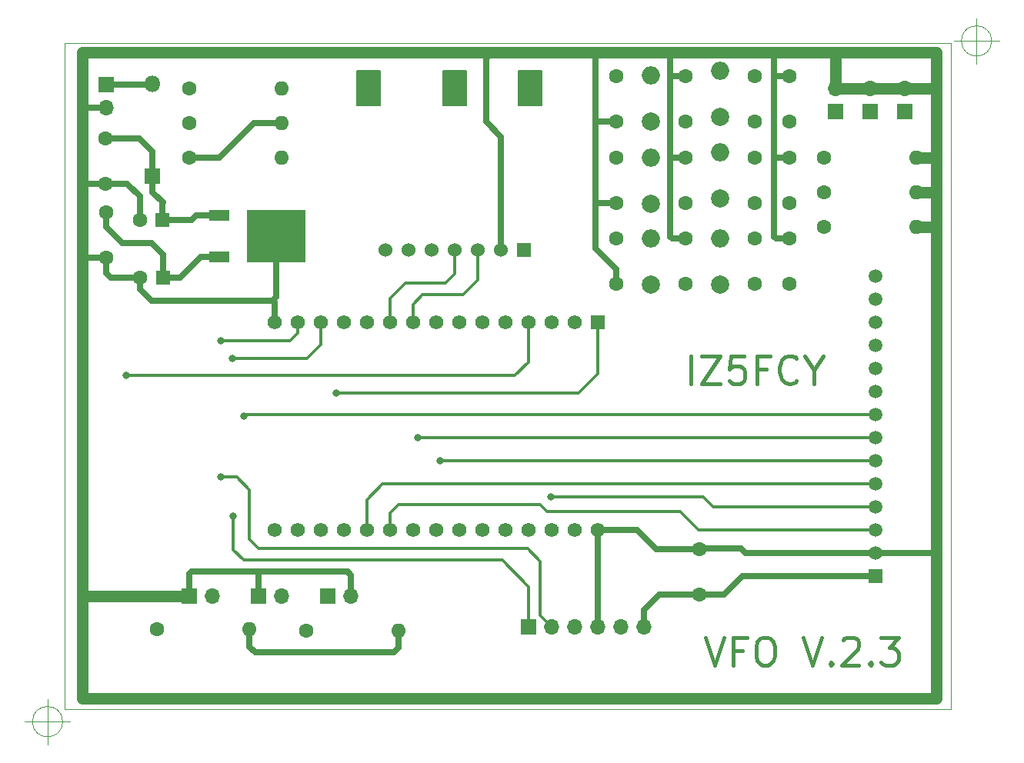
<source format=gbr>
%TF.GenerationSoftware,KiCad,Pcbnew,(6.0.5)*%
%TF.CreationDate,2023-08-26T16:02:20+02:00*%
%TF.ProjectId,IZ5 VFO V32,495a3520-5646-44f2-9056-33322e6b6963,rev?*%
%TF.SameCoordinates,Original*%
%TF.FileFunction,Copper,L1,Top*%
%TF.FilePolarity,Positive*%
%FSLAX46Y46*%
G04 Gerber Fmt 4.6, Leading zero omitted, Abs format (unit mm)*
G04 Created by KiCad (PCBNEW (6.0.5)) date 2023-08-26 16:02:20*
%MOMM*%
%LPD*%
G01*
G04 APERTURE LIST*
%TA.AperFunction,Profile*%
%ADD10C,0.100000*%
%TD*%
%ADD11C,0.381000*%
%TA.AperFunction,NonConductor*%
%ADD12C,0.381000*%
%TD*%
%TA.AperFunction,EtchedComponent*%
%ADD13C,0.200000*%
%TD*%
%TA.AperFunction,ComponentPad*%
%ADD14C,1.600000*%
%TD*%
%TA.AperFunction,ComponentPad*%
%ADD15O,1.600000X1.600000*%
%TD*%
%TA.AperFunction,ComponentPad*%
%ADD16R,1.700000X1.700000*%
%TD*%
%TA.AperFunction,ComponentPad*%
%ADD17O,1.700000X1.700000*%
%TD*%
%TA.AperFunction,ComponentPad*%
%ADD18C,2.000000*%
%TD*%
%TA.AperFunction,ComponentPad*%
%ADD19O,2.000000X2.000000*%
%TD*%
%TA.AperFunction,ComponentPad*%
%ADD20R,1.500000X1.500000*%
%TD*%
%TA.AperFunction,ComponentPad*%
%ADD21C,1.500000*%
%TD*%
%TA.AperFunction,ComponentPad*%
%ADD22R,1.800000X1.800000*%
%TD*%
%TA.AperFunction,ComponentPad*%
%ADD23O,1.800000X1.800000*%
%TD*%
%TA.AperFunction,ComponentPad*%
%ADD24R,1.560000X1.560000*%
%TD*%
%TA.AperFunction,ComponentPad*%
%ADD25C,1.560000*%
%TD*%
%TA.AperFunction,ComponentPad*%
%ADD26R,1.600000X1.600000*%
%TD*%
%TA.AperFunction,SMDPad,CuDef*%
%ADD27R,2.200000X1.200000*%
%TD*%
%TA.AperFunction,SMDPad,CuDef*%
%ADD28R,6.400000X5.800001*%
%TD*%
%TA.AperFunction,ComponentPad*%
%ADD29R,1.524000X1.524000*%
%TD*%
%TA.AperFunction,ComponentPad*%
%ADD30C,1.524000*%
%TD*%
%TA.AperFunction,ViaPad*%
%ADD31C,0.800000*%
%TD*%
%TA.AperFunction,Conductor*%
%ADD32C,0.635000*%
%TD*%
%TA.AperFunction,Conductor*%
%ADD33C,1.270000*%
%TD*%
%TA.AperFunction,Conductor*%
%ADD34C,0.250000*%
%TD*%
%TA.AperFunction,Conductor*%
%ADD35C,0.304800*%
%TD*%
G04 APERTURE END LIST*
D10*
X89535000Y-61214000D02*
X187071000Y-61214000D01*
X187071000Y-61214000D02*
X187071000Y-134493000D01*
X187071000Y-134493000D02*
X89535000Y-134493000D01*
X89535000Y-134493000D02*
X89535000Y-61214000D01*
D11*
D12*
X158441571Y-98660857D02*
X158441571Y-95612857D01*
X159602714Y-95612857D02*
X161634714Y-95612857D01*
X159602714Y-98660857D01*
X161634714Y-98660857D01*
X164247285Y-95612857D02*
X162795857Y-95612857D01*
X162650714Y-97064285D01*
X162795857Y-96919142D01*
X163086142Y-96774000D01*
X163811857Y-96774000D01*
X164102142Y-96919142D01*
X164247285Y-97064285D01*
X164392428Y-97354571D01*
X164392428Y-98080285D01*
X164247285Y-98370571D01*
X164102142Y-98515714D01*
X163811857Y-98660857D01*
X163086142Y-98660857D01*
X162795857Y-98515714D01*
X162650714Y-98370571D01*
X166714714Y-97064285D02*
X165698714Y-97064285D01*
X165698714Y-98660857D02*
X165698714Y-95612857D01*
X167150142Y-95612857D01*
X170053000Y-98370571D02*
X169907857Y-98515714D01*
X169472428Y-98660857D01*
X169182142Y-98660857D01*
X168746714Y-98515714D01*
X168456428Y-98225428D01*
X168311285Y-97935142D01*
X168166142Y-97354571D01*
X168166142Y-96919142D01*
X168311285Y-96338571D01*
X168456428Y-96048285D01*
X168746714Y-95758000D01*
X169182142Y-95612857D01*
X169472428Y-95612857D01*
X169907857Y-95758000D01*
X170053000Y-95903142D01*
X171939857Y-97209428D02*
X171939857Y-98660857D01*
X170923857Y-95612857D02*
X171939857Y-97209428D01*
X172955857Y-95612857D01*
D11*
D12*
X160074428Y-126600857D02*
X161090428Y-129648857D01*
X162106428Y-126600857D01*
X164138428Y-128052285D02*
X163122428Y-128052285D01*
X163122428Y-129648857D02*
X163122428Y-126600857D01*
X164573857Y-126600857D01*
X166315571Y-126600857D02*
X166896142Y-126600857D01*
X167186428Y-126746000D01*
X167476714Y-127036285D01*
X167621857Y-127616857D01*
X167621857Y-128632857D01*
X167476714Y-129213428D01*
X167186428Y-129503714D01*
X166896142Y-129648857D01*
X166315571Y-129648857D01*
X166025285Y-129503714D01*
X165735000Y-129213428D01*
X165589857Y-128632857D01*
X165589857Y-127616857D01*
X165735000Y-127036285D01*
X166025285Y-126746000D01*
X166315571Y-126600857D01*
X170815000Y-126600857D02*
X171831000Y-129648857D01*
X172847000Y-126600857D01*
X173863000Y-129358571D02*
X174008142Y-129503714D01*
X173863000Y-129648857D01*
X173717857Y-129503714D01*
X173863000Y-129358571D01*
X173863000Y-129648857D01*
X175169285Y-126891142D02*
X175314428Y-126746000D01*
X175604714Y-126600857D01*
X176330428Y-126600857D01*
X176620714Y-126746000D01*
X176765857Y-126891142D01*
X176911000Y-127181428D01*
X176911000Y-127471714D01*
X176765857Y-127907142D01*
X175024142Y-129648857D01*
X176911000Y-129648857D01*
X178217285Y-129358571D02*
X178362428Y-129503714D01*
X178217285Y-129648857D01*
X178072142Y-129503714D01*
X178217285Y-129358571D01*
X178217285Y-129648857D01*
X179378428Y-126600857D02*
X181265285Y-126600857D01*
X180249285Y-127762000D01*
X180684714Y-127762000D01*
X180975000Y-127907142D01*
X181120142Y-128052285D01*
X181265285Y-128342571D01*
X181265285Y-129068285D01*
X181120142Y-129358571D01*
X180975000Y-129503714D01*
X180684714Y-129648857D01*
X179813857Y-129648857D01*
X179523571Y-129503714D01*
X179378428Y-129358571D01*
D10*
X191531666Y-60960000D02*
G75*
G03*
X191531666Y-60960000I-1666666J0D01*
G01*
X187365000Y-60960000D02*
X192365000Y-60960000D01*
X189865000Y-58460000D02*
X189865000Y-63460000D01*
X89296666Y-135890000D02*
G75*
G03*
X89296666Y-135890000I-1666666J0D01*
G01*
X85130000Y-135890000D02*
X90130000Y-135890000D01*
X87630000Y-133390000D02*
X87630000Y-138390000D01*
D13*
%TO.C,U1*%
X139446000Y-64262000D02*
X141986000Y-64262000D01*
X141986000Y-64262000D02*
X141986000Y-68072000D01*
X141986000Y-68072000D02*
X139446000Y-68072000D01*
X139446000Y-68072000D02*
X139446000Y-64262000D01*
G36*
X139446000Y-64262000D02*
G01*
X141986000Y-64262000D01*
X141986000Y-68072000D01*
X139446000Y-68072000D01*
X139446000Y-64262000D01*
G37*
X131191000Y-64262000D02*
X133731000Y-64262000D01*
X133731000Y-64262000D02*
X133731000Y-68072000D01*
X133731000Y-68072000D02*
X131191000Y-68072000D01*
X131191000Y-68072000D02*
X131191000Y-64262000D01*
G36*
X131191000Y-64262000D02*
G01*
X133731000Y-64262000D01*
X133731000Y-68072000D01*
X131191000Y-68072000D01*
X131191000Y-64262000D01*
G37*
X121666000Y-64262000D02*
X124206000Y-64262000D01*
X124206000Y-64262000D02*
X124206000Y-68072000D01*
X124206000Y-68072000D02*
X121666000Y-68072000D01*
X121666000Y-68072000D02*
X121666000Y-64262000D01*
G36*
X121666000Y-64262000D02*
G01*
X124206000Y-64262000D01*
X124206000Y-68072000D01*
X121666000Y-68072000D01*
X121666000Y-64262000D01*
G37*
%TD*%
D14*
%TO.P,R10,1*%
%TO.N,3V3*%
X103251000Y-73787000D03*
D15*
%TO.P,R10,2*%
%TO.N,Net-(R10-Pad2)*%
X113411000Y-73787000D03*
%TD*%
D14*
%TO.P,RL-2,1*%
%TO.N,Net-(C3-2-Pad1)*%
X173101000Y-77597000D03*
D15*
%TO.P,RL-2,2*%
%TO.N,GND*%
X183261000Y-77597000D03*
%TD*%
D16*
%TO.P,J0,1,Pin_1*%
%TO.N,12v*%
X94106991Y-65786000D03*
D17*
%TO.P,J0,2,Pin_2*%
%TO.N,GND*%
X94106991Y-68326000D03*
%TD*%
D16*
%TO.P,J8,1,In*%
%TO.N,Net-(C3-1-Pad1)*%
X174371000Y-68707000D03*
D17*
%TO.P,J8,2,Ext*%
%TO.N,GND*%
X174371000Y-66167000D03*
%TD*%
D14*
%TO.P,C2-2,1*%
%TO.N,Net-(C2-2-Pad1)*%
X157861000Y-78827000D03*
%TO.P,C2-2,2*%
%TO.N,GND*%
X157861000Y-73827000D03*
%TD*%
D18*
%TO.P,L2-3,1,1*%
%TO.N,Net-(C3-3-Pad1)*%
X161671000Y-87757000D03*
D19*
%TO.P,L2-3,2,2*%
%TO.N,Net-(C2-3-Pad1)*%
X161671000Y-82677000D03*
%TD*%
D14*
%TO.P,C1,1*%
%TO.N,3V3*%
X159385000Y-121880000D03*
%TO.P,C1,2*%
%TO.N,GND*%
X159385000Y-116880000D03*
%TD*%
%TO.P,R5,1*%
%TO.N,Net-(U3-Pad)_1*%
X116078000Y-125857000D03*
D15*
%TO.P,R5,2*%
%TO.N,3V3*%
X126238000Y-125857000D03*
%TD*%
D14*
%TO.P,C-01,1*%
%TO.N,5V*%
X94106991Y-79796005D03*
%TO.P,C-01,2*%
%TO.N,GND*%
X94106991Y-84795995D03*
%TD*%
D20*
%TO.P,D1,1,VCC*%
%TO.N,3V3*%
X178705000Y-119890000D03*
D21*
%TO.P,D1,2,GND*%
%TO.N,GND*%
X178705000Y-117350000D03*
%TO.P,D1,3,CS*%
%TO.N,unconnected-(U3-Pad21)*%
X178705002Y-114810007D03*
%TO.P,D1,4,RESET*%
%TO.N,RESET*%
X178705000Y-112270000D03*
%TO.P,D1,5,DC*%
%TO.N,Net-(U3-Pad20)*%
X178705002Y-109730007D03*
%TO.P,D1,6,SDI(MOSI)*%
%TO.N,Net-(U3-Pad23)*%
X178705002Y-107190007D03*
%TO.P,D1,7,SCK*%
%TO.N,Net-(U3-Pad22)*%
X178705002Y-104650007D03*
%TO.P,D1,8,LED*%
%TO.N,Net-(R10-Pad2)*%
X178705000Y-102110000D03*
%TO.P,D1,9,SD0(MISO)*%
%TO.N,unconnected-(D1-Pad9)*%
X178705000Y-99570000D03*
%TO.P,D1,10,T_CLK*%
%TO.N,unconnected-(D1-Pad10)*%
X178705000Y-97030000D03*
%TO.P,D1,11,T_CS*%
%TO.N,unconnected-(D1-Pad11)*%
X178705000Y-94490000D03*
%TO.P,D1,12,T_DIN*%
%TO.N,unconnected-(D1-Pad12)*%
X178705000Y-91950000D03*
%TO.P,D1,13,T_D0*%
%TO.N,unconnected-(D1-Pad13)*%
X178705000Y-89410000D03*
%TO.P,D1,14,T_IRQ*%
%TO.N,unconnected-(D1-Pad14)*%
X178705000Y-86870000D03*
%TD*%
D18*
%TO.P,L2-2,1,1*%
%TO.N,Net-(C3-2-Pad1)*%
X161671000Y-78327000D03*
D19*
%TO.P,L2-2,2,2*%
%TO.N,Net-(C2-2-Pad1)*%
X161671000Y-73247000D03*
%TD*%
D18*
%TO.P,L1-1,1,1*%
%TO.N,Net-(C2-1-Pad1)*%
X154051000Y-69837000D03*
D19*
%TO.P,L1-1,2,2*%
%TO.N,Net-(C1-1-Pad1)*%
X154051000Y-64757000D03*
%TD*%
D14*
%TO.P,C2-3,1*%
%TO.N,Net-(C2-3-Pad1)*%
X157861000Y-87717000D03*
%TO.P,C2-3,2*%
%TO.N,GND*%
X157861000Y-82717000D03*
%TD*%
D18*
%TO.P,L1-2,1,1*%
%TO.N,Net-(C2-2-Pad1)*%
X154051000Y-78867000D03*
D19*
%TO.P,L1-2,2,2*%
%TO.N,Net-(C1-2-Pad1)*%
X154051000Y-73787000D03*
%TD*%
D16*
%TO.P,J2,1,Pin_1*%
%TO.N,GND*%
X110871000Y-122047000D03*
D17*
%TO.P,J2,2,Pin_2*%
%TO.N,N/C*%
X113411000Y-122047000D03*
%TD*%
D14*
%TO.P,R8,1*%
%TO.N,Net-(J2-Pad2)*%
X99695000Y-125730000D03*
D15*
%TO.P,R8,2*%
%TO.N,3V3*%
X109855000Y-125730000D03*
%TD*%
D14*
%TO.P,R4,1*%
%TO.N,FREQ_ENCDR_B*%
X103251000Y-69977000D03*
D15*
%TO.P,R4,2*%
%TO.N,3V3*%
X113411000Y-69977000D03*
%TD*%
D14*
%TO.P,C4-3,1*%
%TO.N,Net-(C3-3-Pad1)*%
X169291000Y-87717000D03*
%TO.P,C4-3,2*%
%TO.N,GND*%
X169291000Y-82717000D03*
%TD*%
D22*
%TO.P,D1,1*%
%TO.N,12v0*%
X99186991Y-75819000D03*
D23*
%TO.P,D1,2*%
%TO.N,12v*%
X99186991Y-65659000D03*
%TD*%
D16*
%TO.P,j02,1*%
%TO.N,FREQ_ENCDR_A*%
X140589000Y-125476000D03*
D17*
%TO.P,j02,2*%
%TO.N,FREQ_ENCDR_B*%
X143129000Y-125476000D03*
%TO.P,j02,3*%
%TO.N,N/C*%
X145669000Y-125476000D03*
%TO.P,j02,4*%
%TO.N,GND*%
X148209000Y-125476000D03*
%TO.P,j02,5*%
%TO.N,N/C*%
X150749000Y-125476000D03*
%TO.P,j02,6*%
%TO.N,3V3*%
X153289000Y-125476000D03*
%TD*%
D14*
%TO.P,C1-3,1*%
%TO.N,Net-(C1-3-Pad1)*%
X150241000Y-82717000D03*
%TO.P,C1-3,2*%
%TO.N,GND*%
X150241000Y-87717000D03*
%TD*%
%TO.P,C3-1,1*%
%TO.N,Net-(C3-1-Pad1)*%
X165481000Y-69837000D03*
%TO.P,C3-1,2*%
%TO.N,Net-(C2-1-Pad1)*%
X165481000Y-64837000D03*
%TD*%
D16*
%TO.P,J6,1,Pin_1*%
%TO.N,Net-(U3-Pad)_1*%
X118491000Y-122047000D03*
D17*
%TO.P,J6,2,Pin_2*%
%TO.N,GND*%
X121031000Y-122047000D03*
%TD*%
D14*
%TO.P,RL-3,1*%
%TO.N,Net-(C3-3-Pad1)*%
X173101000Y-81407000D03*
D15*
%TO.P,RL-3,2*%
%TO.N,GND*%
X183261000Y-81407000D03*
%TD*%
D24*
%TO.P,U3,1*%
%TO.N,Net-(U3-Pad)_1*%
X148146000Y-91900250D03*
D25*
%TO.P,U3,2,GPI02*%
%TO.N,Net-(U3-Pad2)*%
X145606000Y-91900250D03*
%TO.P,U3,3*%
%TO.N,RESET*%
X143066000Y-91900250D03*
%TO.P,U3,4,GPI04*%
%TO.N,Net-(J2-Pad2)*%
X140526000Y-91900250D03*
%TO.P,U3,5,GPI05*%
%TO.N,Net-(U3-Pad5)*%
X137986000Y-91900250D03*
%TO.P,U3,6*%
%TO.N,N/C*%
X135446000Y-91900250D03*
%TO.P,U3,7*%
X132906000Y-91900250D03*
%TO.P,U3,8*%
X130366000Y-91900250D03*
%TO.P,U3,9*%
%TO.N,Net-(u3-Pad9)*%
X127826000Y-91900250D03*
%TO.P,U3,10*%
%TO.N,Net-(U3-Pad10)*%
X125286000Y-91900250D03*
%TO.P,U3,11*%
%TO.N,N/C*%
X122746000Y-91900250D03*
%TO.P,U3,12,GPI012*%
%TO.N,XMIT_PIN*%
X120206000Y-91900250D03*
%TO.P,U3,13,GPI013*%
%TO.N,FREQ_ENCDR_A*%
X117666000Y-91900250D03*
%TO.P,U3,14,GPI014*%
%TO.N,FREQ_ENCDR_B*%
X115126000Y-91900250D03*
%TO.P,U3,15,GPI015*%
%TO.N,GND*%
X112586000Y-91900250D03*
%TO.P,U3,16,GND*%
%TO.N,5V*%
X112586000Y-114760250D03*
%TO.P,U3,17,5V*%
%TO.N,unconnected-(U3-Pad17)*%
X115126000Y-114760250D03*
%TO.P,U3,18,GPI18*%
%TO.N,Net-(U3-Pad18)*%
X117666000Y-114760250D03*
%TO.P,U3,19,GPI019*%
%TO.N,unconnected-(U3-Pad19)*%
X120206000Y-114760250D03*
%TO.P,U3,20*%
%TO.N,Net-(U3-Pad20)*%
X122746000Y-114760250D03*
%TO.P,U3,21,SDA*%
%TO.N,unconnected-(U3-Pad21)*%
X125286000Y-114760250D03*
%TO.P,U3,22,SCL*%
%TO.N,Net-(U3-Pad22)*%
X127826000Y-114760250D03*
%TO.P,U3,23,GPI023*%
%TO.N,Net-(U3-Pad23)*%
X130366000Y-114760250D03*
%TO.P,U3,24*%
%TO.N,N/C*%
X132906000Y-114760250D03*
%TO.P,U3,25,GOI025*%
%TO.N,unconnected-(U3-Pad25)*%
X135446000Y-114760250D03*
%TO.P,U3,26,GPI026*%
%TO.N,N/C*%
X137986000Y-114760250D03*
%TO.P,U3,27,GPI027*%
X140526000Y-114760250D03*
%TO.P,U3,28*%
X143066000Y-114760250D03*
%TO.P,U3,29*%
%TO.N,3V3*%
X145606000Y-114760250D03*
%TO.P,U3,30*%
%TO.N,GND*%
X148146000Y-114760250D03*
%TD*%
D14*
%TO.P,C3-2,1*%
%TO.N,Net-(C3-2-Pad1)*%
X165481000Y-78827000D03*
%TO.P,C3-2,2*%
%TO.N,Net-(C2-2-Pad1)*%
X165481000Y-73827000D03*
%TD*%
D18*
%TO.P,L2-1,1,1*%
%TO.N,Net-(C3-1-Pad1)*%
X161671000Y-69337000D03*
D19*
%TO.P,L2-1,2,2*%
%TO.N,Net-(C2-1-Pad1)*%
X161671000Y-64257000D03*
%TD*%
D14*
%TO.P,C1-2,1*%
%TO.N,Net-(C1-2-Pad1)*%
X150241000Y-73827000D03*
%TO.P,C1-2,2*%
%TO.N,GND*%
X150241000Y-78827000D03*
%TD*%
D16*
%TO.P,J3,1,Pin_1*%
%TO.N,GND*%
X103251000Y-122047000D03*
D17*
%TO.P,J3,2,Pin_2*%
%TO.N,XMIT_PIN*%
X105791000Y-122047000D03*
%TD*%
D14*
%TO.P,RL-1,1*%
%TO.N,Net-(C3-1-Pad1)*%
X173101000Y-73787000D03*
D15*
%TO.P,RL-1,2*%
%TO.N,GND*%
X183261000Y-73787000D03*
%TD*%
D26*
%TO.P,C02,1*%
%TO.N,5V*%
X100330000Y-86995000D03*
D14*
%TO.P,C02,2*%
%TO.N,GND*%
X97830005Y-86995000D03*
%TD*%
%TO.P,C3-3,1*%
%TO.N,Net-(C3-3-Pad1)*%
X165481000Y-87717000D03*
%TO.P,C3-3,2*%
%TO.N,Net-(C2-3-Pad1)*%
X165481000Y-82717000D03*
%TD*%
%TO.P,C1-1,1*%
%TO.N,Net-(C1-1-Pad1)*%
X150241000Y-64797000D03*
%TO.P,C1-1,2*%
%TO.N,GND*%
X150241000Y-69797000D03*
%TD*%
D16*
%TO.P,J9,1,In*%
%TO.N,Net-(C3-2-Pad1)*%
X178181000Y-68707000D03*
D17*
%TO.P,J9,2,Ext*%
%TO.N,GND*%
X178181000Y-66167000D03*
%TD*%
D14*
%TO.P,C4-2,1*%
%TO.N,Net-(C3-2-Pad1)*%
X169291000Y-78787000D03*
%TO.P,C4-2,2*%
%TO.N,GND*%
X169291000Y-73787000D03*
%TD*%
D16*
%TO.P,J10,1,In*%
%TO.N,Net-(C3-3-Pad1)*%
X181991000Y-68707000D03*
D17*
%TO.P,J10,2,Ext*%
%TO.N,GND*%
X181991000Y-66167000D03*
%TD*%
D18*
%TO.P,L1-3,1,1*%
%TO.N,Net-(C2-3-Pad1)*%
X154051000Y-87757000D03*
D19*
%TO.P,L1-3,2,2*%
%TO.N,Net-(C1-3-Pad1)*%
X154051000Y-82677000D03*
%TD*%
D14*
%TO.P,R3,1*%
%TO.N,FREQ_ENCDR_A*%
X103251000Y-66167000D03*
D15*
%TO.P,R3,2*%
%TO.N,3V3*%
X113411000Y-66167000D03*
%TD*%
D27*
%TO.P,U4-78M05,1*%
%TO.N,12v0*%
X106500008Y-80143994D03*
D28*
%TO.P,U4-78M05,2*%
%TO.N,GND*%
X112799996Y-82424000D03*
D27*
%TO.P,U4-78M05,3*%
%TO.N,5V*%
X106500008Y-84704006D03*
%TD*%
D14*
%TO.P,C4-1,1*%
%TO.N,Net-(C3-1-Pad1)*%
X169291000Y-69797000D03*
%TO.P,C4-1,2*%
%TO.N,GND*%
X169291000Y-64797000D03*
%TD*%
%TO.P,C2-1,1*%
%TO.N,Net-(C2-1-Pad1)*%
X157861000Y-69837000D03*
%TO.P,C2-1,2*%
%TO.N,GND*%
X157861000Y-64837000D03*
%TD*%
%TO.P,C01,1*%
%TO.N,12v0*%
X93979991Y-71668000D03*
%TO.P,C01,2*%
%TO.N,GND*%
X93979991Y-76667990D03*
%TD*%
D26*
%TO.P,C00,1*%
%TO.N,12v0*%
X100265113Y-80645000D03*
D14*
%TO.P,C00,2*%
%TO.N,GND*%
X97765118Y-80645000D03*
%TD*%
D29*
%TO.P,U1,1,0*%
%TO.N,3V3*%
X140081000Y-83947000D03*
D30*
%TO.P,U1,2,1*%
%TO.N,GND*%
X137541000Y-83947000D03*
%TO.P,U1,3,2*%
%TO.N,Net-(u3-Pad9)*%
X135001000Y-83947000D03*
%TO.P,U1,4,SCL*%
%TO.N,Net-(U3-Pad10)*%
X132461000Y-83947000D03*
%TO.P,U1,5,SDA*%
%TO.N,Net-(C1-3-Pad1)*%
X129921000Y-83947000D03*
%TO.P,U1,6,GND*%
%TO.N,Net-(C1-2-Pad1)*%
X127381000Y-83947000D03*
%TO.P,U1,7,VCC*%
%TO.N,Net-(C1-1-Pad1)*%
X124841000Y-83947000D03*
%TD*%
D31*
%TO.N,FREQ_ENCDR_B*%
X106680000Y-93980000D03*
X106680000Y-108966000D03*
%TO.N,FREQ_ENCDR_A*%
X108077000Y-113284000D03*
X107950000Y-95885000D03*
%TO.N,Net-(U3-Pad)_1*%
X119380000Y-99695000D03*
%TO.N,Net-(U3-Pad23)*%
X130810000Y-107190007D03*
%TO.N,Net-(R10-Pad2)*%
X109220000Y-102235000D03*
%TO.N,Net-(J2-Pad2)*%
X96266000Y-97790000D03*
%TO.N,RESET*%
X143000000Y-111125000D03*
%TO.N,Net-(U3-Pad22)*%
X128394993Y-104650007D03*
%TD*%
D32*
%TO.N,3V3*%
X159385000Y-121880000D02*
X154980000Y-121880000D01*
X110363000Y-69977000D02*
X106553000Y-73787000D01*
X164082000Y-119890000D02*
X162092000Y-121880000D01*
X126238000Y-127762000D02*
X125730000Y-128270000D01*
X110490000Y-128270000D02*
X109855000Y-127635000D01*
X162092000Y-121880000D02*
X159385000Y-121880000D01*
X153289000Y-123571000D02*
X153289000Y-125476000D01*
X126238000Y-125857000D02*
X126238000Y-127762000D01*
X178705000Y-119890000D02*
X164082000Y-119890000D01*
X154980000Y-121880000D02*
X153289000Y-123571000D01*
X113411000Y-69977000D02*
X110363000Y-69977000D01*
X125730000Y-128270000D02*
X110490000Y-128270000D01*
X106553000Y-73787000D02*
X103251000Y-73787000D01*
X109855000Y-127635000D02*
X109855000Y-125730000D01*
D33*
%TO.N,GND*%
X91440000Y-62230000D02*
X136525000Y-62230000D01*
D32*
X97830005Y-86995000D02*
X97830005Y-88305005D01*
X148041995Y-78826995D02*
X150241000Y-78826995D01*
D33*
X185420000Y-73660000D02*
X185420000Y-77470000D01*
X185420000Y-81280000D02*
X185420000Y-117475000D01*
D32*
X156172484Y-62267516D02*
X156172484Y-64807516D01*
D33*
X174371000Y-66167000D02*
X178181000Y-66167000D01*
D32*
X159425005Y-116840000D02*
X159385000Y-116880005D01*
D33*
X147955000Y-62230000D02*
X156210000Y-62230000D01*
D32*
X163957000Y-116840000D02*
X163195000Y-116840000D01*
D33*
X91440000Y-121920000D02*
X91567000Y-122047000D01*
D32*
X121031000Y-119761000D02*
X121031000Y-122047000D01*
D33*
X185420000Y-62230000D02*
X185420000Y-66040000D01*
X185293000Y-77597000D02*
X183261000Y-77597000D01*
D32*
X112586000Y-89726000D02*
X112395000Y-89535000D01*
X112799996Y-89130004D02*
X112799996Y-82424000D01*
X135890000Y-69850000D02*
X135890000Y-62865000D01*
X150241000Y-87716995D02*
X150241000Y-86106000D01*
D33*
X91440000Y-85090000D02*
X91440000Y-76835000D01*
D32*
X167602484Y-73697516D02*
X167691968Y-73787000D01*
X110490000Y-119380000D02*
X120650000Y-119380000D01*
X156301973Y-73827005D02*
X157861000Y-73827005D01*
D33*
X185420000Y-81280000D02*
X185293000Y-81407000D01*
D32*
X163114990Y-116840000D02*
X159425005Y-116840000D01*
D33*
X136525000Y-62230000D02*
X147955000Y-62230000D01*
X91567000Y-122047000D02*
X103251000Y-122047000D01*
D32*
X91607010Y-76667990D02*
X91440000Y-76835000D01*
X147955000Y-62230000D02*
X147955000Y-69850000D01*
D33*
X185293000Y-81407000D02*
X183261000Y-81407000D01*
D32*
X97830005Y-88305005D02*
X99060000Y-89535000D01*
X112586000Y-91900250D02*
X112586000Y-89726000D01*
X110490000Y-119380000D02*
X110871000Y-119380000D01*
D33*
X174371000Y-62611000D02*
X174371000Y-66167000D01*
X156210000Y-62230000D02*
X156172489Y-62267511D01*
D32*
X147955000Y-78740000D02*
X148041995Y-78826995D01*
D33*
X185420000Y-77470000D02*
X185420000Y-81280000D01*
D32*
X152479250Y-114760250D02*
X148146000Y-114760250D01*
X167602484Y-73697516D02*
X167602484Y-82512484D01*
X159385000Y-116880000D02*
X154599000Y-116880000D01*
D33*
X91440000Y-121920000D02*
X91440000Y-85090000D01*
D32*
X103251000Y-122047000D02*
X103251000Y-119634000D01*
X167602484Y-62267516D02*
X167602484Y-64807516D01*
D33*
X167640000Y-62230000D02*
X167602489Y-62267511D01*
X185420000Y-133350000D02*
X91440000Y-133350000D01*
D32*
X167602484Y-64807516D02*
X167602484Y-73697516D01*
X120650000Y-119380000D02*
X121031000Y-119761000D01*
X91821000Y-68326000D02*
X91440000Y-67945000D01*
X167613000Y-64797000D02*
X169291000Y-64797000D01*
X156172484Y-82512484D02*
X156377005Y-82717005D01*
X99060000Y-89535000D02*
X112395000Y-89535000D01*
X112395000Y-89535000D02*
X112799996Y-89130004D01*
X148146000Y-125413000D02*
X148209000Y-125476000D01*
D33*
X185420000Y-117475000D02*
X185420000Y-133350000D01*
D32*
X137541000Y-71501000D02*
X135890000Y-69850000D01*
X185295007Y-117350007D02*
X164467007Y-117350007D01*
X156172484Y-64807516D02*
X156172484Y-73697516D01*
D33*
X91440000Y-67945000D02*
X91440000Y-62230000D01*
D32*
X147955000Y-78740000D02*
X147955000Y-83820000D01*
X150241000Y-86106000D02*
X147955000Y-83820000D01*
X156377005Y-82717005D02*
X157861000Y-82717005D01*
X135890000Y-62865000D02*
X136525000Y-62230000D01*
X164467007Y-117350007D02*
X163957000Y-116840000D01*
D33*
X185420000Y-77470000D02*
X185293000Y-77597000D01*
D32*
X156172484Y-73697516D02*
X156301973Y-73827005D01*
D34*
X163195000Y-116840000D02*
X163155000Y-116880000D01*
D33*
X185420000Y-73660000D02*
X185293000Y-73787000D01*
D32*
X97765118Y-78080118D02*
X97765118Y-80645000D01*
X167807005Y-82717005D02*
X169291000Y-82717005D01*
D33*
X173990000Y-62230000D02*
X185420000Y-62230000D01*
D32*
X94615000Y-86995000D02*
X97830005Y-86995000D01*
X137541000Y-83947000D02*
X137541000Y-71501000D01*
D33*
X91440000Y-76835000D02*
X91440000Y-67945000D01*
D32*
X156172484Y-73697516D02*
X156172484Y-82512484D01*
X93979991Y-76667990D02*
X96352990Y-76667990D01*
X94106991Y-84795995D02*
X94106991Y-86486991D01*
D33*
X185293000Y-73787000D02*
X183261000Y-73787000D01*
D32*
X94106991Y-84795995D02*
X91734005Y-84795995D01*
X167602484Y-82512484D02*
X167807005Y-82717005D01*
X103251000Y-119634000D02*
X103505000Y-119380000D01*
D33*
X167640000Y-62230000D02*
X173990000Y-62230000D01*
D32*
X103505000Y-119380000D02*
X110490000Y-119380000D01*
X156172484Y-64807516D02*
X156201974Y-64837005D01*
D33*
X156210000Y-62230000D02*
X167640000Y-62230000D01*
D32*
X167602484Y-64807516D02*
X167613000Y-64797000D01*
X167691968Y-73787000D02*
X169291000Y-73787000D01*
X154599000Y-116880000D02*
X152479250Y-114760250D01*
X93979991Y-76667990D02*
X91607010Y-76667990D01*
D33*
X178181000Y-66167000D02*
X185293000Y-66167000D01*
D32*
X96352990Y-76667990D02*
X97765118Y-78080118D01*
D33*
X173990000Y-62230000D02*
X174371000Y-62611000D01*
D32*
X148008010Y-69796990D02*
X150241000Y-69796990D01*
X94106991Y-86486991D02*
X94615000Y-86995000D01*
D33*
X91440000Y-133350000D02*
X91440000Y-121920000D01*
D32*
X148146000Y-117300250D02*
X148146000Y-125413000D01*
X148146000Y-114760250D02*
X148146000Y-117300250D01*
D34*
X185295000Y-117350000D02*
X185420000Y-117475000D01*
D33*
X185293000Y-66167000D02*
X185420000Y-66040000D01*
D32*
X156201974Y-64837005D02*
X157861000Y-64837005D01*
X110871000Y-119380000D02*
X110871000Y-122047000D01*
X91734005Y-84795995D02*
X91440000Y-85090000D01*
D33*
X185420000Y-66040000D02*
X185420000Y-73660000D01*
D32*
X94106991Y-68326000D02*
X91821000Y-68326000D01*
X147955000Y-69850000D02*
X147955000Y-78740000D01*
X147955000Y-69850000D02*
X148008010Y-69796990D01*
D35*
%TO.N,FREQ_ENCDR_B*%
X109855000Y-115824000D02*
X110871000Y-116840000D01*
X141859000Y-118237000D02*
X141859000Y-124206000D01*
X115126000Y-93154000D02*
X115126000Y-91900250D01*
X110871000Y-116840000D02*
X140462000Y-116840000D01*
X109855000Y-110363000D02*
X109855000Y-115824000D01*
X106680000Y-93980000D02*
X114300000Y-93980000D01*
X108458000Y-108966000D02*
X109855000Y-110363000D01*
X114300000Y-93980000D02*
X115126000Y-93154000D01*
X140462000Y-116840000D02*
X141859000Y-118237000D01*
X141859000Y-124206000D02*
X143129000Y-125476000D01*
X106680000Y-108966000D02*
X108458000Y-108966000D01*
%TO.N,FREQ_ENCDR_A*%
X137541000Y-118110000D02*
X137668000Y-118110000D01*
X107950000Y-95885000D02*
X116205000Y-95885000D01*
X140589000Y-121031000D02*
X140589000Y-125476000D01*
X117666000Y-94424000D02*
X117666000Y-91900250D01*
X109220000Y-118110000D02*
X137668000Y-118110000D01*
X116205000Y-95885000D02*
X117666000Y-94424000D01*
X108077000Y-113284000D02*
X108077000Y-116967000D01*
X137668000Y-118110000D02*
X140589000Y-121031000D01*
X108077000Y-116967000D02*
X109220000Y-118110000D01*
%TO.N,Net-(U3-Pad)_1*%
X148146000Y-91900250D02*
X148146000Y-97599000D01*
X146050000Y-99695000D02*
X119380000Y-99695000D01*
X148146000Y-97599000D02*
X146050000Y-99695000D01*
%TO.N,Net-(U3-Pad23)*%
X178705002Y-107190007D02*
X130810000Y-107190007D01*
%TO.N,Net-(R10-Pad2)*%
X178705000Y-102110000D02*
X109345000Y-102110000D01*
X109220000Y-102235000D02*
X109345000Y-102110000D01*
%TO.N,Net-(J2-Pad2)*%
X139065000Y-97790000D02*
X140526000Y-96329000D01*
X140526000Y-96329000D02*
X140526000Y-91900250D01*
X96266000Y-97790000D02*
X139065000Y-97790000D01*
%TO.N,unconnected-(U3-Pad21)*%
X178705002Y-114810007D02*
X159260007Y-114810007D01*
X157226000Y-112776000D02*
X142621000Y-112776000D01*
X141859000Y-112014000D02*
X126238000Y-112014000D01*
X126238000Y-112014000D02*
X125286000Y-112966000D01*
X159260007Y-114810007D02*
X157226000Y-112776000D01*
X125286000Y-112966000D02*
X125286000Y-114760250D01*
X142621000Y-112776000D02*
X141859000Y-112014000D01*
D32*
%TO.N,5V*%
X94106991Y-81406991D02*
X95885000Y-83185000D01*
X104525994Y-84704006D02*
X102235000Y-86995000D01*
X99060000Y-83185000D02*
X100330000Y-84455000D01*
X102235000Y-86995000D02*
X100330000Y-86995000D01*
X95885000Y-83185000D02*
X99060000Y-83185000D01*
X106500008Y-84704006D02*
X104525994Y-84704006D01*
X94106991Y-79796005D02*
X94106991Y-81406991D01*
X100330000Y-84455000D02*
X100330000Y-86995000D01*
D35*
%TO.N,RESET*%
X159766000Y-111125000D02*
X143000000Y-111125000D01*
X178705000Y-112270000D02*
X160911000Y-112270000D01*
X160911000Y-112270000D02*
X159766000Y-111125000D01*
%TO.N,Net-(u3-Pad9)*%
X133350000Y-88900000D02*
X128905000Y-88900000D01*
X135001000Y-83947000D02*
X135001000Y-87249000D01*
X128905000Y-88900000D02*
X127826000Y-89979000D01*
X135001000Y-87249000D02*
X133350000Y-88900000D01*
X127826000Y-89979000D02*
X127826000Y-91900250D01*
%TO.N,Net-(U3-Pad10)*%
X131445000Y-87630000D02*
X127000000Y-87630000D01*
X125286000Y-89344000D02*
X125286000Y-91900250D01*
X132461000Y-86614000D02*
X131445000Y-87630000D01*
X127000000Y-87630000D02*
X125286000Y-89344000D01*
X132461000Y-83947000D02*
X132461000Y-86614000D01*
%TO.N,Net-(U3-Pad20)*%
X122746000Y-111446014D02*
X122746000Y-114760250D01*
X124462007Y-109730007D02*
X122746000Y-111446014D01*
X178705002Y-109730007D02*
X124462007Y-109730007D01*
%TO.N,Net-(U3-Pad22)*%
X178705002Y-104650007D02*
X128394993Y-104650007D01*
D32*
%TO.N,12v*%
X94106991Y-65786000D02*
X99059991Y-65786000D01*
X99059991Y-65786000D02*
X99186991Y-65659000D01*
%TO.N,12v0*%
X100265113Y-78804887D02*
X100265113Y-80645000D01*
X99186991Y-73151991D02*
X99186991Y-75819000D01*
X100265113Y-80645000D02*
X103505000Y-80645000D01*
X100330000Y-78740000D02*
X100265113Y-78804887D01*
X99186991Y-75819000D02*
X99186991Y-77596991D01*
X93979991Y-71668000D02*
X97703000Y-71668000D01*
X103505000Y-80645000D02*
X104006006Y-80143994D01*
X104006006Y-80143994D02*
X106500008Y-80143994D01*
X97703000Y-71668000D02*
X99186991Y-73151991D01*
X99186991Y-77596991D02*
X100330000Y-78740000D01*
%TD*%
M02*

</source>
